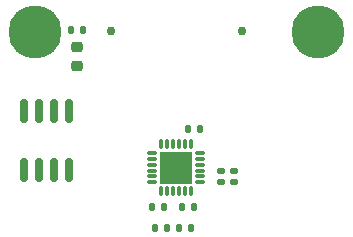
<source format=gbr>
%TF.GenerationSoftware,KiCad,Pcbnew,(6.0.0-0)*%
%TF.CreationDate,2022-03-05T22:15:36-05:00*%
%TF.ProjectId,imu,696d752e-6b69-4636-9164-5f7063625858,rev?*%
%TF.SameCoordinates,Original*%
%TF.FileFunction,Soldermask,Top*%
%TF.FilePolarity,Negative*%
%FSLAX46Y46*%
G04 Gerber Fmt 4.6, Leading zero omitted, Abs format (unit mm)*
G04 Created by KiCad (PCBNEW (6.0.0-0)) date 2022-03-05 22:15:36*
%MOMM*%
%LPD*%
G01*
G04 APERTURE LIST*
G04 Aperture macros list*
%AMRoundRect*
0 Rectangle with rounded corners*
0 $1 Rounding radius*
0 $2 $3 $4 $5 $6 $7 $8 $9 X,Y pos of 4 corners*
0 Add a 4 corners polygon primitive as box body*
4,1,4,$2,$3,$4,$5,$6,$7,$8,$9,$2,$3,0*
0 Add four circle primitives for the rounded corners*
1,1,$1+$1,$2,$3*
1,1,$1+$1,$4,$5*
1,1,$1+$1,$6,$7*
1,1,$1+$1,$8,$9*
0 Add four rect primitives between the rounded corners*
20,1,$1+$1,$2,$3,$4,$5,0*
20,1,$1+$1,$4,$5,$6,$7,0*
20,1,$1+$1,$6,$7,$8,$9,0*
20,1,$1+$1,$8,$9,$2,$3,0*%
G04 Aperture macros list end*
%ADD10C,4.500000*%
%ADD11RoundRect,0.140000X-0.140000X-0.170000X0.140000X-0.170000X0.140000X0.170000X-0.140000X0.170000X0*%
%ADD12RoundRect,0.140000X0.140000X0.170000X-0.140000X0.170000X-0.140000X-0.170000X0.140000X-0.170000X0*%
%ADD13RoundRect,0.135000X0.135000X0.185000X-0.135000X0.185000X-0.135000X-0.185000X0.135000X-0.185000X0*%
%ADD14RoundRect,0.140000X0.170000X-0.140000X0.170000X0.140000X-0.170000X0.140000X-0.170000X-0.140000X0*%
%ADD15RoundRect,0.070000X-0.330000X0.070000X-0.330000X-0.070000X0.330000X-0.070000X0.330000X0.070000X0*%
%ADD16RoundRect,0.070000X-0.070000X-0.330000X0.070000X-0.330000X0.070000X0.330000X-0.070000X0.330000X0*%
%ADD17RoundRect,0.070000X0.070000X0.330000X-0.070000X0.330000X-0.070000X-0.330000X0.070000X-0.330000X0*%
%ADD18R,2.700000X2.700000*%
%ADD19RoundRect,0.150000X0.150000X-0.825000X0.150000X0.825000X-0.150000X0.825000X-0.150000X-0.825000X0*%
%ADD20RoundRect,0.218750X-0.256250X0.218750X-0.256250X-0.218750X0.256250X-0.218750X0.256250X0.218750X0*%
%ADD21C,0.760000*%
G04 APERTURE END LIST*
D10*
%TO.C,H1*%
X95000000Y-64000000D03*
%TD*%
%TO.C,H2*%
X119000000Y-64000000D03*
%TD*%
D11*
%TO.C,C5*%
X107978000Y-72136000D03*
X108938000Y-72136000D03*
%TD*%
D12*
%TO.C,C1*%
X105890000Y-78740000D03*
X104930000Y-78740000D03*
%TD*%
D13*
%TO.C,R3*%
X99062000Y-63754000D03*
X98042000Y-63754000D03*
%TD*%
D14*
%TO.C,C2*%
X111808000Y-76680000D03*
X111808000Y-75720000D03*
%TD*%
D15*
%TO.C,U1*%
X104934000Y-74188000D03*
X104934000Y-74688000D03*
X104934000Y-75188000D03*
X104934000Y-75688000D03*
X104934000Y-76188000D03*
X104934000Y-76688000D03*
D16*
X105684000Y-77438000D03*
X106184000Y-77438000D03*
X106684000Y-77438000D03*
X107184000Y-77438000D03*
X107684000Y-77438000D03*
X108184000Y-77438000D03*
D15*
X108934000Y-76688000D03*
X108934000Y-76188000D03*
X108934000Y-75688000D03*
X108934000Y-75188000D03*
X108934000Y-74688000D03*
X108934000Y-74188000D03*
D16*
X108184000Y-73438000D03*
D17*
X107684000Y-73438000D03*
D16*
X107184000Y-73438000D03*
X106684000Y-73438000D03*
X106184000Y-73438000D03*
X105684000Y-73438000D03*
D18*
X106934000Y-75438000D03*
%TD*%
D19*
%TO.C,U3*%
X94107000Y-75627000D03*
X95377000Y-75627000D03*
X96647000Y-75627000D03*
X97917000Y-75627000D03*
X97917000Y-70677000D03*
X96647000Y-70677000D03*
X95377000Y-70677000D03*
X94107000Y-70677000D03*
%TD*%
D20*
%TO.C,D1*%
X98552000Y-66827500D03*
X98552000Y-65252500D03*
%TD*%
D11*
%TO.C,C4*%
X107470000Y-78740000D03*
X108430000Y-78740000D03*
%TD*%
D14*
%TO.C,C3*%
X110744000Y-76680000D03*
X110744000Y-75720000D03*
%TD*%
D13*
%TO.C,R2*%
X106174000Y-80518000D03*
X105154000Y-80518000D03*
%TD*%
%TO.C,R1*%
X108206000Y-80518000D03*
X107186000Y-80518000D03*
%TD*%
D21*
%TO.C,J1*%
X101475500Y-63900000D03*
X112524500Y-63900000D03*
%TD*%
M02*

</source>
